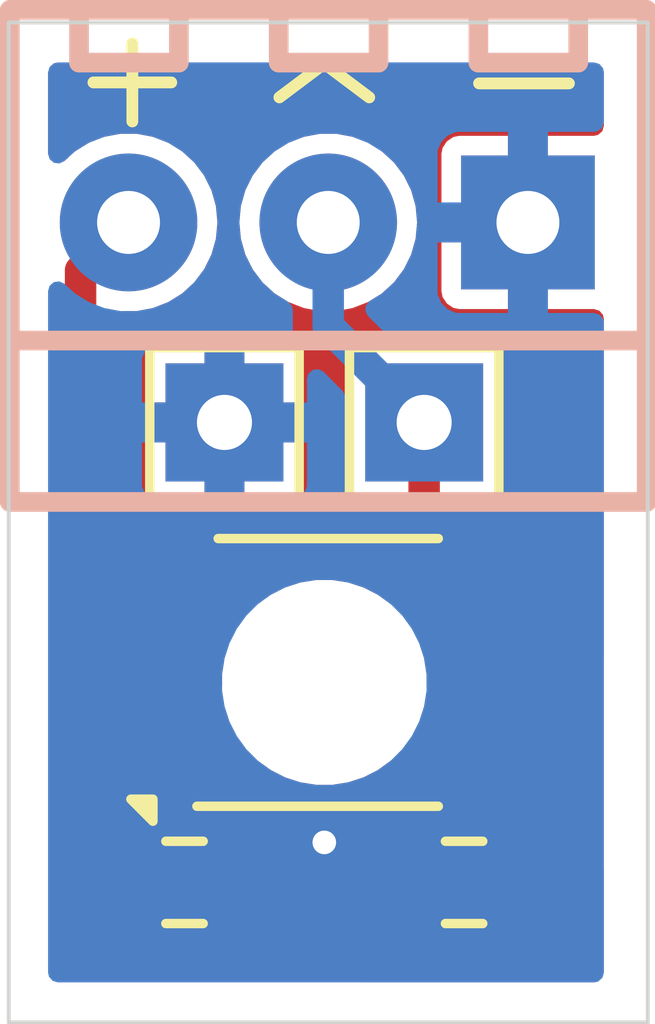
<source format=kicad_pcb>
(kicad_pcb (version 20240108) (generator "pcbnew") (generator_version "8.0")
  (layers (0 "F.Cu" signal) (31 "B.Cu" signal) (34 "B.Paste" user) (35 "F.Paste" user) (36 "B.SilkS" user "B.Silkscreen") (37 "F.SilkS" user "F.Silkscreen") (38 "B.Mask" user) (39 "F.Mask" user) (44 "Edge.Cuts" user))
  (net 0 "")
  (net 1 "GND")
  (net 2 "Net-(J1-Pin_3)")
  (net 3 "Net-(J1-Pin_2)")
  (net 4 "Net-(U1-A)")
  (footprint "TestPoint:TestPoint_THTPad_1.5x1.5mm_Drill0.7mm_no_name" (layer "F.Cu") (at 92.71 78.74)
    (property "Reference" "TP1" (hide yes))
    (property "Value" "TestPoint" (hide yes))
    (fp_line (start -0.95 -0.95) (end 0.95 -0.95) (stroke (width 0.12)) (layer "F.SilkS"))
    (fp_line (start -0.95 0.95) (end -0.95 -0.95) (stroke (width 0.12)) (layer "F.SilkS"))
    (fp_line (start 0.95 -0.95) (end 0.95 0.95) (stroke (width 0.12)) (layer "F.SilkS"))
    (fp_line (start 0.95 0.95) (end -0.95 0.95) (stroke (width 0.12)) (layer "F.SilkS"))
    (pad "1" thru_hole rect (at 0 0) (size 1.5 1.5) (drill 0.7) (layers "*.Cu" "*.Mask") (net 3 "Net-(J1-Pin_2)"))
  )
  (footprint "OptoDevice:OnSemi_CASE100CY_1-smaller" (layer "F.Cu") (at 91.49 81.915 90)
    (property "Reference" "U1" (hide yes))
    (property "Value" "QRE1113GR" (hide yes))
    (fp_line (start 1.7 1.4) (end 1.7 -1.4) (stroke (width 0.12)) (layer "F.SilkS"))
    (fp_line (start -1.7 1.4) (end -1.7 -1.67) (stroke (width 0.12)) (layer "F.SilkS"))
    (fp_poly (pts (xy -1.61 -2.23) (xy -1.89 -2.23) (xy -1.61 -2.51) (xy -1.61 -2.23)) (stroke (width 0.12)) (fill solid) (layer "F.SilkS"))
    (pad "1" smd roundrect (at -0.9 -2 90) (size 0.7 1.5) (layers "F.Cu" "F.Paste" "F.Mask") (net 4 "Net-(U1-A)"))
    (pad "2" smd roundrect (at -0.9 2 90) (size 0.7 1.5) (layers "F.Cu" "F.Paste" "F.Mask") (net 1 "GND"))
    (pad "3" smd roundrect (at 0.9 2 90) (size 0.7 1.5) (layers "F.Cu" "F.Paste" "F.Mask") (net 3 "Net-(J1-Pin_2)"))
    (pad "4" smd roundrect (at 0.9 -2 90) (size 0.7 1.5) (layers "F.Cu" "F.Paste" "F.Mask") (net 1 "GND"))
  )
  (footprint "Peacemans Teile:MountingHole_2.1mm_just_hole" (layer "F.Cu") (at 91.44 82.042)
    (property "Reference" "REF**" (hide yes))
    (property "Value" "O" (hide yes))
    (pad "" np_thru_hole circle (at 0 0) (size 2.1 2.1) (drill 2.1) (layers "F&B.Cu" "*.Mask"))
  )
  (footprint "TestPoint:TestPoint_THTPad_1.5x1.5mm_Drill0.7mm_no_name" (layer "F.Cu") (at 90.17 78.74)
    (property "Reference" "TP2" (hide yes))
    (property "Value" "TestPoint" (hide yes))
    (fp_line (start -0.95 -0.95) (end 0.95 -0.95) (stroke (width 0.12)) (layer "F.SilkS"))
    (fp_line (start -0.95 0.95) (end -0.95 -0.95) (stroke (width 0.12)) (layer "F.SilkS"))
    (fp_line (start 0.95 -0.95) (end 0.95 0.95) (stroke (width 0.12)) (layer "F.SilkS"))
    (fp_line (start 0.95 0.95) (end -0.95 0.95) (stroke (width 0.12)) (layer "F.SilkS"))
    (pad "1" thru_hole rect (at 0 0) (size 1.5 1.5) (drill 0.7) (layers "*.Cu" "*.Mask") (net 1 "GND"))
  )
  (footprint "Resistor_SMD:R_0603_1608Metric" (layer "F.Cu") (at 89.662 84.582)
    (property "Reference" "R1" (hide yes))
    (property "Value" "220" (hide yes))
    (fp_line (start -0.237258 -0.5225) (end 0.237258 -0.5225) (stroke (width 0.12)) (layer "F.SilkS"))
    (fp_line (start -0.237258 0.5225) (end 0.237258 0.5225) (stroke (width 0.12)) (layer "F.SilkS"))
    (pad "1" smd roundrect (at -0.825 0) (size 0.8 0.95) (layers "F.Cu" "F.Paste" "F.Mask") (net 2 "Net-(J1-Pin_3)"))
    (pad "2" smd roundrect (at 0.825 0) (size 0.8 0.95) (layers "F.Cu" "F.Paste" "F.Mask") (net 4 "Net-(U1-A)"))
  )
  (footprint "Resistor_SMD:R_0603_1608Metric" (layer "F.Cu") (at 93.218 84.582)
    (property "Reference" "R2" (hide yes))
    (property "Value" "47k" (hide yes))
    (fp_line (start -0.237258 -0.5225) (end 0.237258 -0.5225) (stroke (width 0.12)) (layer "F.SilkS"))
    (fp_line (start -0.237258 0.5225) (end 0.237258 0.5225) (stroke (width 0.12)) (layer "F.SilkS"))
    (pad "1" smd roundrect (at -0.825 0) (size 0.8 0.95) (layers "F.Cu" "F.Paste" "F.Mask") (net 2 "Net-(J1-Pin_3)"))
    (pad "2" smd roundrect (at 0.825 0) (size 0.8 0.95) (layers "F.Cu" "F.Paste" "F.Mask") (net 3 "Net-(J1-Pin_2)"))
  )
  (footprint "easyEDA:CONN-TH_3P-P2.54_MX128-2.54-03P-GN01-CU-Y-A" (layer "B.Cu") (at 91.49 76.2 180)
    (property "Reference" "J1" (hide yes))
    (property "Value" "EYE1_OUT" (hide yes))
    (fp_line (start 4.05 -1.5) (end -4.05 -1.5) (stroke (width 0.25)) (layer "B.SilkS"))
    (fp_line (start 4.05 -3.55) (end 4.05 2.7) (stroke (width 0.25)) (layer "B.SilkS"))
    (fp_line (start 3.17 2.7) (end 3.17 2.03) (stroke (width 0.25)) (layer "B.SilkS"))
    (fp_line (start 3.17 2.03) (end 1.9 2.03) (stroke (width 0.25)) (layer "B.SilkS"))
    (fp_line (start 1.9 2.03) (end 1.9 2.7) (stroke (width 0.25)) (layer "B.SilkS"))
    (fp_line (start 0.63 2.7) (end 0.63 2.03) (stroke (width 0.25)) (layer "B.SilkS"))
    (fp_line (start 0.63 2.03) (end -0.64 2.03) (stroke (width 0.25)) (layer "B.SilkS"))
    (fp_line (start -0.64 2.03) (end -0.64 2.7) (stroke (width 0.25)) (layer "B.SilkS"))
    (fp_line (start -1.91 2.7) (end -1.91 2.03) (stroke (width 0.25)) (layer "B.SilkS"))
    (fp_line (start -1.91 2.03) (end -3.18 2.03) (stroke (width 0.25)) (layer "B.SilkS"))
    (fp_line (start -3.18 2.03) (end -3.18 2.7) (stroke (width 0.25)) (layer "B.SilkS"))
    (fp_line (start -4.05 2.7) (end 4.05 2.7) (stroke (width 0.25)) (layer "B.SilkS"))
    (fp_line (start -4.05 -3.55) (end 4.05 -3.55) (stroke (width 0.25)) (layer "B.SilkS"))
    (fp_line (start -4.05 -3.55) (end -4.05 2.7) (stroke (width 0.25)) (layer "B.SilkS"))
    (pad "1" thru_hole rect (at -2.54 0 180) (size 1.7 1.7) (drill 0.8) (layers "*.Cu" "*.Mask") (net 1 "GND"))
    (pad "2" thru_hole circle (at 0 0 180) (size 1.75 1.75) (drill 0.8) (layers "*.Cu" "*.Mask") (net 3 "Net-(J1-Pin_2)"))
    (pad "3" thru_hole circle (at 2.54 0 180) (size 1.75 1.75) (drill 0.8) (layers "*.Cu" "*.Mask") (net 2 "Net-(J1-Pin_3)"))
  )
  (gr_line (start 95.554 73.66) (end 95.554 86.36) (stroke (width 0.05)) (layer "Edge.Cuts"))
  (gr_line (start 87.426 86.36) (end 95.554 86.36) (stroke (width 0.05)) (layer "Edge.Cuts"))
  (gr_line (start 87.426 73.66) (end 87.426 86.36) (stroke (width 0.05)) (layer "Edge.Cuts"))
  (gr_line (start 87.426 73.66) (end 95.554 73.66) (stroke (width 0.05)) (layer "Edge.Cuts"))
  (gr_text "-" (at 93.98 74.549 180) (layer "F.SilkS") (effects (font (size 1.5 1.5))))
  (gr_text "^" (at 91.44 75.946 0) (layer "F.SilkS") (effects (font (size 3 3))))
  (gr_text "+" (at 88.9 74.422 90) (layer "F.SilkS") (effects (font (size 1.3 1.3))))
  (via (at 91.44 84.074) (size 0.6) (drill 0.3) (layers "F.Cu" "B.Cu") (net 1))
  (segment (start 88.837 84.582) (end 89.612 85.357) (width 0.2) (layer "F.Cu") (net 2))
  (segment (start 89.612 85.357) (end 91.618 85.357) (width 0.2) (layer "F.Cu") (net 2))
  (segment (start 88.34 84.085) (end 88.837 84.582) (width 0.4) (layer "F.Cu") (net 2))
  (segment (start 88.95 76.2) (end 88.34 76.81) (width 0.4) (layer "F.Cu") (net 2))
  (segment (start 88.34 76.81) (end 88.34 84.085) (width 0.4) (layer "F.Cu") (net 2))
  (segment (start 91.618 85.357) (end 92.393 84.582) (width 0.2) (layer "F.Cu") (net 2))
  (segment (start 92.71 80.235) (end 92.71 78.74) (width 0.4) (layer "F.Cu") (net 3))
  (segment (start 94.54 82.065) (end 93.49 81.015) (width 0.2) (layer "F.Cu") (net 3))
  (segment (start 93.49 81.015) (end 92.71 80.235) (width 0.4) (layer "F.Cu") (net 3))
  (segment (start 94.54 84.085) (end 94.54 82.065) (width 0.2) (layer "F.Cu") (net 3))
  (segment (start 94.043 84.582) (end 94.54 84.085) (width 0.2) (layer "F.Cu") (net 3))
  (segment (start 91.49 77.52) (end 92.71 78.74) (width 0.4) (layer "B.Cu") (net 3))
  (segment (start 91.49 76.2) (end 91.49 77.52) (width 0.4) (layer "B.Cu") (net 3))
  (segment (start 89.49 82.815) (end 90.487 83.812) (width 0.2) (layer "F.Cu") (net 4))
  (segment (start 90.487 83.812) (end 90.487 84.582) (width 0.2) (layer "F.Cu") (net 4))
  (zone (net 1) (net_name "GND") (layer "F.Cu") (connect_pads (clearance 0.25)) (min_thickness 0.254) (fill yes (thermal_gap 0.25) (thermal_bridge_width 0.508))
    (polygon (pts (xy 87.884 74.168) (xy 94.996 74.168) (xy 94.996 85.852) (xy 87.884 85.852)))
  )
  (zone (net 1) (net_name "GND") (layer "B.Cu") (connect_pads (clearance 0.25)) (min_thickness 0.25) (fill yes (thermal_gap 0.3) (thermal_bridge_width 0.508))
    (polygon (pts (xy 87.884 74.168) (xy 94.996 74.168) (xy 94.996 85.852) (xy 87.884 85.852)))
  )
)
</source>
